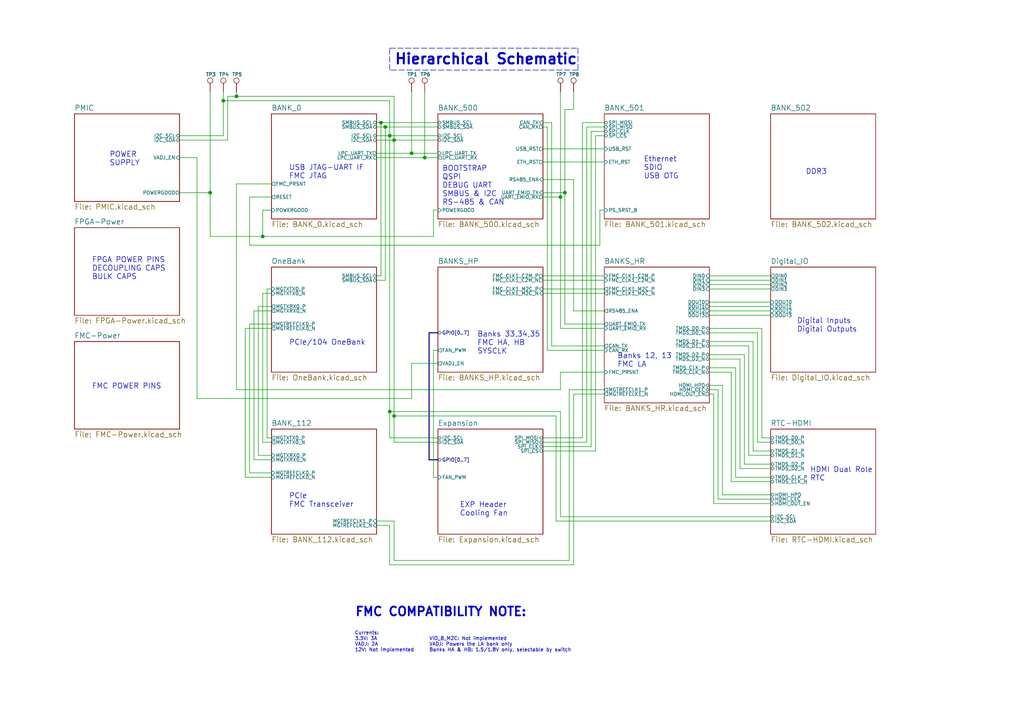
<source format=kicad_sch>
(kicad_sch (version 20231120) (generator "eeschema") (generator_version "8.0")
  (paper "A4")
  (title_block (title "CIAA-ACC  Hierarchical schematic") (date "2019-08-28") (rev "V1.4") (company "COMPUTADORA INDUSTRIAL ABIERTA ARGENTINA. CIAA-ACC (HPC)") (comment 1 "Authors: See 'doc/CHANGES.txt' file.      License: See 'doc/LICENCIA_CIAA_ACC.txt' file."))
  (lib_symbols
    (symbol "CIAA_ACC:TESTPOINT" (pin_numbers hide) (pin_names (offset 0.762) hide)
      (property "Reference" "TP" (at 0 6.858 0))
      (property "Value" "TESTPOINT" (at 0 5.08 0))
      (symbol "TESTPOINT_0_1"
        (circle (center 0 3.302) (radius 0.762))
      )
      (symbol "TESTPOINT_1_1"
        (pin passive line (at 0 0 90) (length 2.54) (name "1") (number "1"))
      )
    )
  )
  (junction (at 123.19 45.72))
  (junction (at 114.3 40.64))
  (junction (at 162.56 57.15))
  (junction (at 76.2 68.58))
  (junction (at 113.03 119.38))
  (junction (at 110.49 35.56))
  (junction (at 64.77 29.21))
  (junction (at 60.96 55.88))
  (junction (at 119.38 44.45))
  (junction (at 163.83 55.88))
  (junction (at 68.58 27.94))
  (junction (at 111.76 36.83))
  (junction (at 114.3 120.65))
  (junction (at 113.03 39.37))
  (polyline (pts (xy 167.64 20.32) (xy 113.03 20.32)) (stroke (width 0) (type dash)))
  (wire (pts (xy 160.02 100.33) (xy 160.02 35.56)))
  (wire (pts (xy 72.39 137.16) (xy 78.74 137.16)))
  (polyline (pts (xy 167.64 13.97) (xy 167.64 20.32)) (stroke (width 0) (type dash)))
  (bus (pts (xy 127 96.52) (xy 124.46 96.52)))
  (wire (pts (xy 111.76 36.83) (xy 127 36.83)))
  (wire (pts (xy 205.74 96.52) (xy 219.71 96.52)))
  (wire (pts (xy 205.74 81.28) (xy 223.52 81.28)))
  (wire (pts (xy 175.26 114.3) (xy 166.37 114.3)))
  (wire (pts (xy 168.91 127) (xy 168.91 35.56)))
  (wire (pts (xy 114.3 120.65) (xy 114.3 128.27)))
  (wire (pts (xy 72.39 93.98) (xy 72.39 137.16)))
  (wire (pts (xy 78.74 88.9) (xy 74.93 88.9)))
  (wire (pts (xy 214.63 135.89) (xy 223.52 135.89)))
  (wire (pts (xy 205.74 80.01) (xy 223.52 80.01)))
  (wire (pts (xy 166.37 114.3) (xy 166.37 163.83)))
  (wire (pts (xy 205.74 90.17) (xy 223.52 90.17)))
  (wire (pts (xy 205.74 114.3) (xy 207.01 114.3)))
  (wire (pts (xy 217.17 100.33) (xy 217.17 132.08)))
  (wire (pts (xy 73.66 90.17) (xy 73.66 133.35)))
  (wire (pts (xy 123.19 26.67) (xy 123.19 45.72)))
  (wire (pts (xy 78.74 60.96) (xy 76.2 60.96)))
  (wire (pts (xy 175.26 80.01) (xy 157.48 80.01)))
  (wire (pts (xy 223.52 151.13) (xy 161.29 151.13)))
  (wire (pts (xy 162.56 107.95) (xy 175.26 107.95)))
  (wire (pts (xy 109.22 40.64) (xy 114.3 40.64)))
  (wire (pts (xy 205.74 82.55) (xy 223.52 82.55)))
  (wire (pts (xy 209.55 111.76) (xy 209.55 143.51)))
  (wire (pts (xy 78.74 83.82) (xy 77.47 83.82)))
  (wire (pts (xy 214.63 104.14) (xy 214.63 135.89)))
  (wire (pts (xy 205.74 107.95) (xy 212.09 107.95)))
  (wire (pts (xy 205.74 100.33) (xy 217.17 100.33)))
  (wire (pts (xy 162.56 26.67) (xy 162.56 57.15)))
  (wire (pts (xy 162.56 113.03) (xy 162.56 107.95)))
  (wire (pts (xy 205.74 88.9) (xy 223.52 88.9)))
  (wire (pts (xy 64.77 26.67) (xy 64.77 29.21)))
  (wire (pts (xy 175.26 46.99) (xy 157.48 46.99)))
  (wire (pts (xy 72.39 57.15) (xy 72.39 71.12)))
  (wire (pts (xy 76.2 60.96) (xy 76.2 68.58)))
  (wire (pts (xy 161.29 120.65) (xy 114.3 120.65)))
  (wire (pts (xy 162.56 57.15) (xy 162.56 95.25)))
  (wire (pts (xy 77.47 83.82) (xy 77.47 127)))
  (wire (pts (xy 205.74 104.14) (xy 214.63 104.14)))
  (wire (pts (xy 171.45 129.54) (xy 171.45 38.1)))
  (wire (pts (xy 76.2 85.09) (xy 76.2 128.27)))
  (wire (pts (xy 109.22 45.72) (xy 123.19 45.72)))
  (wire (pts (xy 64.77 39.37) (xy 52.07 39.37)))
  (wire (pts (xy 78.74 57.15) (xy 72.39 57.15)))
  (wire (pts (xy 78.74 95.25) (xy 71.12 95.25)))
  (wire (pts (xy 109.22 151.13) (xy 114.3 151.13)))
  (wire (pts (xy 215.9 134.62) (xy 223.52 134.62)))
  (wire (pts (xy 71.12 138.43) (xy 78.74 138.43)))
  (wire (pts (xy 110.49 35.56) (xy 127 35.56)))
  (wire (pts (xy 175.26 39.37) (xy 172.72 39.37)))
  (wire (pts (xy 78.74 90.17) (xy 73.66 90.17)))
  (wire (pts (xy 219.71 128.27) (xy 223.52 128.27)))
  (wire (pts (xy 163.83 55.88) (xy 163.83 93.98)))
  (wire (pts (xy 172.72 39.37) (xy 172.72 130.81)))
  (wire (pts (xy 160.02 35.56) (xy 157.48 35.56)))
  (wire (pts (xy 212.09 107.95) (xy 212.09 139.7)))
  (wire (pts (xy 74.93 132.08) (xy 78.74 132.08)))
  (wire (pts (xy 113.03 29.21) (xy 64.77 29.21)))
  (wire (pts (xy 111.76 81.28) (xy 111.76 36.83)))
  (wire (pts (xy 109.22 35.56) (xy 110.49 35.56)))
  (wire (pts (xy 57.15 45.72) (xy 57.15 115.57)))
  (wire (pts (xy 78.74 53.34) (xy 68.58 53.34)))
  (wire (pts (xy 162.56 149.86) (xy 162.56 119.38)))
  (wire (pts (xy 109.22 81.28) (xy 111.76 81.28)))
  (wire (pts (xy 166.37 31.75) (xy 163.83 31.75)))
  (wire (pts (xy 66.04 40.64) (xy 52.07 40.64)))
  (wire (pts (xy 175.26 100.33) (xy 160.02 100.33)))
  (wire (pts (xy 166.37 52.07) (xy 166.37 90.17)))
  (wire (pts (xy 74.93 88.9) (xy 74.93 132.08)))
  (wire (pts (xy 205.74 106.68) (xy 213.36 106.68)))
  (wire (pts (xy 218.44 130.81) (xy 223.52 130.81)))
  (wire (pts (xy 113.03 127) (xy 127 127)))
  (wire (pts (xy 110.49 80.01) (xy 110.49 35.56)))
  (wire (pts (xy 114.3 27.94) (xy 68.58 27.94)))
  (wire (pts (xy 157.48 52.07) (xy 166.37 52.07)))
  (wire (pts (xy 119.38 26.67) (xy 119.38 44.45)))
  (wire (pts (xy 125.73 60.96) (xy 127 60.96)))
  (wire (pts (xy 215.9 102.87) (xy 215.9 134.62)))
  (wire (pts (xy 72.39 71.12) (xy 173.99 71.12)))
  (wire (pts (xy 119.38 44.45) (xy 127 44.45)))
  (wire (pts (xy 57.15 115.57) (xy 119.38 115.57)))
  (wire (pts (xy 205.74 99.06) (xy 218.44 99.06)))
  (wire (pts (xy 165.1 113.03) (xy 175.26 113.03)))
  (polyline (pts (xy 113.03 13.97) (xy 167.64 13.97)) (stroke (width 0) (type dash)))
  (wire (pts (xy 166.37 26.67) (xy 166.37 31.75)))
  (wire (pts (xy 68.58 27.94) (xy 66.04 27.94)))
  (wire (pts (xy 162.56 149.86) (xy 223.52 149.86)))
  (wire (pts (xy 173.99 60.96) (xy 175.26 60.96)))
  (wire (pts (xy 158.75 36.83) (xy 158.75 101.6)))
  (wire (pts (xy 113.03 39.37) (xy 113.03 119.38)))
  (wire (pts (xy 113.03 152.4) (xy 109.22 152.4)))
  (wire (pts (xy 220.98 95.25) (xy 220.98 127)))
  (wire (pts (xy 205.74 95.25) (xy 220.98 95.25)))
  (wire (pts (xy 78.74 93.98) (xy 72.39 93.98)))
  (wire (pts (xy 205.74 87.63) (xy 223.52 87.63)))
  (wire (pts (xy 109.22 80.01) (xy 110.49 80.01)))
  (wire (pts (xy 113.03 39.37) (xy 127 39.37)))
  (wire (pts (xy 52.07 55.88) (xy 60.96 55.88)))
  (wire (pts (xy 109.22 36.83) (xy 111.76 36.83)))
  (wire (pts (xy 205.74 102.87) (xy 215.9 102.87)))
  (wire (pts (xy 113.03 163.83) (xy 113.03 152.4)))
  (wire (pts (xy 73.66 133.35) (xy 78.74 133.35)))
  (wire (pts (xy 205.74 91.44) (xy 223.52 91.44)))
  (wire (pts (xy 171.45 38.1) (xy 175.26 38.1)))
  (wire (pts (xy 166.37 90.17) (xy 175.26 90.17)))
  (wire (pts (xy 170.18 36.83) (xy 170.18 128.27)))
  (bus (pts (xy 124.46 133.35) (xy 127 133.35)))
  (wire (pts (xy 114.3 162.56) (xy 165.1 162.56)))
  (wire (pts (xy 209.55 143.51) (xy 223.52 143.51)))
  (wire (pts (xy 207.01 114.3) (xy 207.01 146.05)))
  (wire (pts (xy 207.01 146.05) (xy 223.52 146.05)))
  (wire (pts (xy 219.71 96.52) (xy 219.71 128.27)))
  (wire (pts (xy 113.03 119.38) (xy 113.03 127)))
  (wire (pts (xy 113.03 29.21) (xy 113.03 39.37)))
  (wire (pts (xy 205.74 83.82) (xy 223.52 83.82)))
  (wire (pts (xy 168.91 35.56) (xy 175.26 35.56)))
  (wire (pts (xy 157.48 127) (xy 168.91 127)))
  (wire (pts (xy 114.3 40.64) (xy 127 40.64)))
  (wire (pts (xy 213.36 106.68) (xy 213.36 138.43)))
  (wire (pts (xy 68.58 26.67) (xy 68.58 27.94)))
  (wire (pts (xy 64.77 29.21) (xy 64.77 39.37)))
  (wire (pts (xy 77.47 127) (xy 78.74 127)))
  (wire (pts (xy 78.74 85.09) (xy 76.2 85.09)))
  (wire (pts (xy 205.74 111.76) (xy 209.55 111.76)))
  (wire (pts (xy 218.44 99.06) (xy 218.44 130.81)))
  (wire (pts (xy 208.28 144.78) (xy 223.52 144.78)))
  (wire (pts (xy 125.73 68.58) (xy 125.73 60.96)))
  (wire (pts (xy 114.3 40.64) (xy 114.3 120.65)))
  (wire (pts (xy 213.36 138.43) (xy 223.52 138.43)))
  (wire (pts (xy 217.17 132.08) (xy 223.52 132.08)))
  (wire (pts (xy 157.48 43.18) (xy 175.26 43.18)))
  (wire (pts (xy 68.58 53.34) (xy 68.58 113.03)))
  (wire (pts (xy 161.29 151.13) (xy 161.29 120.65)))
  (wire (pts (xy 163.83 93.98) (xy 175.26 93.98)))
  (polyline (pts (xy 113.03 20.32) (xy 113.03 13.97)) (stroke (width 0) (type dash)))
  (wire (pts (xy 165.1 162.56) (xy 165.1 113.03)))
  (wire (pts (xy 170.18 128.27) (xy 157.48 128.27)))
  (wire (pts (xy 157.48 55.88) (xy 163.83 55.88)))
  (wire (pts (xy 114.3 151.13) (xy 114.3 162.56)))
  (bus (pts (xy 124.46 96.52) (xy 124.46 133.35)))
  (wire (pts (xy 212.09 139.7) (xy 223.52 139.7)))
  (wire (pts (xy 66.04 27.94) (xy 66.04 40.64)))
  (wire (pts (xy 119.38 105.41) (xy 127 105.41)))
  (wire (pts (xy 175.26 83.82) (xy 157.48 83.82)))
  (wire (pts (xy 157.48 57.15) (xy 162.56 57.15)))
  (wire (pts (xy 60.96 26.67) (xy 60.96 55.88)))
  (wire (pts (xy 205.74 113.03) (xy 208.28 113.03)))
  (wire (pts (xy 157.48 36.83) (xy 158.75 36.83)))
  (wire (pts (xy 173.99 71.12) (xy 173.99 60.96)))
  (wire (pts (xy 125.73 138.43) (xy 127 138.43)))
  (wire (pts (xy 162.56 119.38) (xy 113.03 119.38)))
  (wire (pts (xy 127 101.6) (xy 125.73 101.6)))
  (wire (pts (xy 162.56 95.25) (xy 175.26 95.25)))
  (wire (pts (xy 109.22 44.45) (xy 119.38 44.45)))
  (wire (pts (xy 60.96 55.88) (xy 60.96 68.58)))
  (wire (pts (xy 76.2 68.58) (xy 125.73 68.58)))
  (wire (pts (xy 114.3 27.94) (xy 114.3 40.64)))
  (wire (pts (xy 157.48 129.54) (xy 171.45 129.54)))
  (wire (pts (xy 220.98 127) (xy 223.52 127)))
  (wire (pts (xy 172.72 130.81) (xy 157.48 130.81)))
  (wire (pts (xy 175.26 36.83) (xy 170.18 36.83)))
  (wire (pts (xy 166.37 163.83) (xy 113.03 163.83)))
  (wire (pts (xy 68.58 113.03) (xy 162.56 113.03)))
  (wire (pts (xy 208.28 113.03) (xy 208.28 144.78)))
  (wire (pts (xy 158.75 101.6) (xy 175.26 101.6)))
  (wire (pts (xy 163.83 31.75) (xy 163.83 55.88)))
  (wire (pts (xy 52.07 45.72) (xy 57.15 45.72)))
  (wire (pts (xy 60.96 68.58) (xy 76.2 68.58)))
  (wire (pts (xy 109.22 39.37) (xy 113.03 39.37)))
  (wire (pts (xy 119.38 115.57) (xy 119.38 105.41)))
  (wire (pts (xy 175.26 81.28) (xy 157.48 81.28)))
  (wire (pts (xy 123.19 45.72) (xy 127 45.72)))
  (wire (pts (xy 114.3 128.27) (xy 127 128.27)))
  (wire (pts (xy 71.12 95.25) (xy 71.12 138.43)))
  (wire (pts (xy 175.26 85.09) (xy 157.48 85.09)))
  (wire (pts (xy 76.2 128.27) (xy 78.74 128.27)))
  (wire (pts (xy 125.73 101.6) (xy 125.73 138.43)))
  (text "DDR3" (at 233.68 50.8 0) (effects (font (size 1.524 1.524)) (justify left bottom)))
  (text "BOOTSTRAP\nQSPI\nDEBUG UART\nSMBUS & I2C\nRS-485 & CAN" (at 128.27 59.69 0) (effects (font (size 1.524 1.524)) (justify left bottom)))
  (text "Digital Inputs\nDigital Outputs" (at 231.14 96.52 0) (effects (font (size 1.524 1.524)) (justify left bottom)))
  (text "EXP Header\nCooling Fan" (at 133.35 149.86 0) (effects (font (size 1.524 1.524)) (justify left bottom)))
  (text "VIO_B_M2C: Not implemented\nVADJ: Powers the LA bank only\nBanks HA & HB: 1.5/1.8V only, selectable by switch" (at 124.46 189.23 0) (effects (font (size 1.016 1.016)) (justify left bottom)))
  (text "PCIe/104 OneBank" (at 83.82 100.33 0) (effects (font (size 1.524 1.524)) (justify left bottom)))
  (text "FMC POWER PINS" (at 26.67 113.03 0) (effects (font (size 1.524 1.524)) (justify left bottom)))
  (text "Currents:\n3.3V: 3A\nVADJ: 2A\n12V: Not implemented" (at 102.87 189.23 0) (effects (font (size 1.016 1.016)) (justify left bottom)))
  (text "PCIe\nFMC Transceiver" (at 83.82 147.32 0) (effects (font (size 1.524 1.524)) (justify left bottom)))
  (text "FPGA POWER PINS\nDECOUPLING CAPS\nBULK CAPS" (at 26.67 81.28 0) (effects (font (size 1.524 1.524)) (justify left bottom)))
  (text "Hierarchical Schematic" (at 114.3 19.05 0) (effects (font (size 2.9972 2.9972) (thickness 0.5994) (bold yes)) (justify left bottom)))
  (text "FMC COMPATIBILITY NOTE:" (at 102.87 179.07 0) (effects (font (size 2.54 2.54) (thickness 0.508) (bold yes)) (justify left bottom)))
  (text "Ethernet\nSDIO\nUSB OTG" (at 186.69 52.07 0) (effects (font (size 1.524 1.524)) (justify left bottom)))
  (text "Banks 33,34,35\nFMC HA, HB\nSYSCLK" (at 138.43 102.87 0) (effects (font (size 1.524 1.524)) (justify left bottom)))
  (text "HDMI Dual Role\nRTC" (at 234.95 139.7 0) (effects (font (size 1.524 1.524)) (justify left bottom)))
  (text "Banks 12, 13\nFMC LA" (at 179.07 106.68 0) (effects (font (size 1.524 1.524)) (justify left bottom)))
  (text "USB JTAG-UART IF\nFMC JTAG" (at 83.82 52.07 0) (effects (font (size 1.524 1.524)) (justify left bottom)))
  (text "POWER\nSUPPLY" (at 31.75 48.26 0) (effects (font (size 1.524 1.524)) (justify left bottom)))
  (symbol (lib_id "CIAA_ACC:TESTPOINT") (at 119.38 26.67 0) (unit 1)
    (property "Reference" "TP1" (at 118.11 21.59 0) (effects (font (size 1.016 1.016)) (justify left)))
    (property "Value" "TESTPOINT" (effects (hide yes)))
    (property "Footprint" "misc:TESTPOINT" (effects (hide yes)))
  )
  (symbol (lib_id "CIAA_ACC:TESTPOINT") (at 123.19 26.67 0) (unit 1)
    (property "Reference" "TP6" (at 121.92 21.59 0) (effects (font (size 1.016 1.016)) (justify left)))
    (property "Value" "TESTPOINT" (effects (hide yes)))
    (property "Footprint" "misc:TESTPOINT" (effects (hide yes)))
  )
  (symbol (lib_id "CIAA_ACC:TESTPOINT") (at 162.56 26.67 0) (unit 1)
    (property "Reference" "TP7" (at 161.29 21.59 0) (effects (font (size 1.016 1.016)) (justify left)))
    (property "Value" "TESTPOINT" (effects (hide yes)))
    (property "Footprint" "misc:TESTPOINT" (effects (hide yes)))
  )
  (symbol (lib_id "CIAA_ACC:TESTPOINT") (at 166.37 26.67 0) (unit 1)
    (property "Reference" "TP8" (at 165.1 21.59 0) (effects (font (size 1.016 1.016)) (justify left)))
    (property "Value" "TESTPOINT" (effects (hide yes)))
    (property "Footprint" "misc:TESTPOINT" (effects (hide yes)))
  )
  (symbol (lib_id "CIAA_ACC:TESTPOINT") (at 60.96 26.67 0) (unit 1)
    (property "Reference" "TP3" (at 59.69 21.59 0) (effects (font (size 1.016 1.016)) (justify left)))
    (property "Value" "TESTPOINT" (effects (hide yes)))
    (property "Footprint" "misc:TESTPOINT" (effects (hide yes)))
  )
  (symbol (lib_id "CIAA_ACC:TESTPOINT") (at 64.77 26.67 0) (unit 1)
    (property "Reference" "TP4" (at 63.5 21.59 0) (effects (font (size 1.016 1.016)) (justify left)))
    (property "Value" "TESTPOINT" (effects (hide yes)))
    (property "Footprint" "misc:TESTPOINT" (effects (hide yes)))
  )
  (symbol (lib_id "CIAA_ACC:TESTPOINT") (at 68.58 26.67 0) (unit 1)
    (property "Reference" "TP5" (at 67.31 21.59 0) (effects (font (size 1.016 1.016)) (justify left)))
    (property "Value" "TESTPOINT" (effects (hide yes)))
    (property "Footprint" "misc:TESTPOINT" (effects (hide yes)))
  )
  (sheet (at 223.52 33.02) (size 30.48 30.48)
    (property "Sheetname" "BANK_502" (at 223.52 32.1814 0) (effects (font (size 1.524 1.524)) (justify left bottom)))
    (property "Sheetfile" "BANK_502.kicad_sch" (at 223.52 64.1862 0) (effects (font (size 1.524 1.524)) (justify left top)))
  )
  (sheet (at 21.59 33.02) (size 30.48 25.4)
    (property "Sheetname" "PMIC" (at 21.59 32.1814 0) (effects (font (size 1.524 1.524)) (justify left bottom)))
    (property "Sheetfile" "PMIC.kicad_sch" (at 21.59 59.1062 0) (effects (font (size 1.524 1.524)) (justify left top)))
    (pin "POWERGOOD" output (at 52.07 55.88 0) (effects (font (size 1.016 1.016))))
    (pin "I2C_SCL" bidirectional (at 52.07 39.37 0) (effects (font (size 1.016 1.016))))
    (pin "I2C_SDA" bidirectional (at 52.07 40.64 0) (effects (font (size 1.016 1.016))))
    (pin "VADJ_EN" input (at 52.07 45.72 0) (effects (font (size 1.016 1.016))))
  )
  (sheet (at 78.74 77.47) (size 30.48 30.48)
    (property "Sheetname" "OneBank" (at 78.74 76.6314 0) (effects (font (size 1.524 1.524)) (justify left bottom)))
    (property "Sheetfile" "OneBank.kicad_sch" (at 78.74 108.6362 0) (effects (font (size 1.524 1.524)) (justify left top)))
    (pin "SMBUS_SCL" bidirectional (at 109.22 80.01 0) (effects (font (size 1.016 1.016))))
    (pin "SMBUS_SDA" bidirectional (at 109.22 81.28 0) (effects (font (size 1.016 1.016))))
    (pin "MGTXRX0_N" output (at 78.74 90.17 180) (effects (font (size 1.016 1.016))))
    (pin "MGTREFCLK0_N" output (at 78.74 95.25 180) (effects (font (size 1.016 1.016))))
    (pin "MGTREFCLK0_P" output (at 78.74 93.98 180) (effects (font (size 1.016 1.016))))
    (pin "MGTXRX0_P" output (at 78.74 88.9 180) (effects (font (size 1.016 1.016))))
    (pin "MGTXTX0_N" input (at 78.74 85.09 180) (effects (font (size 1.016 1.016))))
    (pin "MGTXTX0_P" input (at 78.74 83.82 180) (effects (font (size 1.016 1.016))))
  )
  (sheet (at 223.52 124.46) (size 30.48 30.48)
    (property "Sheetname" "RTC-HDMI" (at 223.52 123.6214 0) (effects (font (size 1.524 1.524)) (justify left bottom)))
    (property "Sheetfile" "RTC-HDMI.kicad_sch" (at 223.52 155.6262 0) (effects (font (size 1.524 1.524)) (justify left top)))
    (pin "I2C_SCL" bidirectional (at 223.52 149.86 180) (effects (font (size 1.016 1.016))))
    (pin "I2C_SDA" bidirectional (at 223.52 151.13 180) (effects (font (size 1.016 1.016))))
    (pin "TMDS_D2_P" bidirectional (at 223.52 134.62 180) (effects (font (size 1.016 1.016))))
    (pin "TMDS_D2_N" bidirectional (at 223.52 135.89 180) (effects (font (size 1.016 1.016))))
    (pin "TMDS_D1_P" bidirectional (at 223.52 130.81 180) (effects (font (size 1.016 1.016))))
    (pin "TMDS_D1_N" bidirectional (at 223.52 132.08 180) (effects (font (size 1.016 1.016))))
    (pin "TMDS_D0_P" bidirectional (at 223.52 127 180) (effects (font (size 1.016 1.016))))
    (pin "TMDS_D0_N" bidirectional (at 223.52 128.27 180) (effects (font (size 1.016 1.016))))
    (pin "TMDS_CLK_P" bidirectional (at 223.52 138.43 180) (effects (font (size 1.016 1.016))))
    (pin "TMDS_CLK_N" bidirectional (at 223.52 139.7 180) (effects (font (size 1.016 1.016))))
    (pin "HDMI_CEC" bidirectional (at 223.52 144.78 180) (effects (font (size 1.016 1.016))))
    (pin "HDMI_HPD" bidirectional (at 223.52 143.51 180) (effects (font (size 1.016 1.016))))
    (pin "HDMI_OUT_EN" input (at 223.52 146.05 180) (effects (font (size 1.016 1.016))))
  )
  (sheet (at 78.74 33.02) (size 30.48 30.48)
    (property "Sheetname" "BANK_0" (at 78.74 32.1814 0) (effects (font (size 1.524 1.524)) (justify left bottom)))
    (property "Sheetfile" "BANK_0.kicad_sch" (at 78.74 64.1862 0) (effects (font (size 1.524 1.524)) (justify left top)))
    (pin "LPC_UART_TX" output (at 109.22 44.45 0) (effects (font (size 1.016 1.016))))
    (pin "LPC_UART_RX" input (at 109.22 45.72 0) (effects (font (size 1.016 1.016))))
    (pin "RESET" output (at 78.74 57.15 180) (effects (font (size 1.016 1.016))))
    (pin "I2C_SCL" bidirectional (at 109.22 39.37 0) (effects (font (size 1.016 1.016))))
    (pin "I2C_SDA" bidirectional (at 109.22 40.64 0) (effects (font (size 1.016 1.016))))
    (pin "FMC_PRSNT" output (at 78.74 53.34 180) (effects (font (size 1.016 1.016))))
    (pin "SMBUS_SCL" bidirectional (at 109.22 35.56 0) (effects (font (size 1.016 1.016))))
    (pin "SMBUS_SDA" bidirectional (at 109.22 36.83 0) (effects (font (size 1.016 1.016))))
    (pin "POWERGOOD" input (at 78.74 60.96 180) (effects (font (size 1.016 1.016))))
  )
  (sheet (at 127 124.46) (size 30.48 30.48)
    (property "Sheetname" "Expansion" (at 127 123.6214 0) (effects (font (size 1.524 1.524)) (justify left bottom)))
    (property "Sheetfile" "Expansion.kicad_sch" (at 127 155.6262 0) (effects (font (size 1.524 1.524)) (justify left top)))
    (pin "SPI_MOSI" bidirectional (at 157.48 127 0) (effects (font (size 1.016 1.016))))
    (pin "SPI_MISO" bidirectional (at 157.48 128.27 0) (effects (font (size 1.016 1.016))))
    (pin "SPI_CLK" bidirectional (at 157.48 129.54 0) (effects (font (size 1.016 1.016))))
    (pin "SPI_CS" bidirectional (at 157.48 130.81 0) (effects (font (size 1.016 1.016))))
    (pin "I2C_SCL" bidirectional (at 127 127 180) (effects (font (size 1.016 1.016))))
    (pin "I2C_SDA" bidirectional (at 127 128.27 180) (effects (font (size 1.016 1.016))))
    (pin "GPIO[0..7]" bidirectional (at 127 133.35 180) (effects (font (size 1.016 1.016))))
    (pin "FAN_PWM" input (at 127 138.43 180) (effects (font (size 1.016 1.016))))
  )
  (sheet (at 223.52 77.47) (size 30.48 30.48)
    (property "Sheetname" "Digital_IO" (at 223.52 76.6314 0) (effects (font (size 1.524 1.524)) (justify left bottom)))
    (property "Sheetfile" "Digital_IO.kicad_sch" (at 223.52 108.6362 0) (effects (font (size 1.524 1.524)) (justify left top)))
    (pin "DIN0" output (at 223.52 80.01 180) (effects (font (size 1.016 1.016))))
    (pin "DIN1" output (at 223.52 81.28 180) (effects (font (size 1.016 1.016))))
    (pin "DIN2" output (at 223.52 82.55 180) (effects (font (size 1.016 1.016))))
    (pin "DIN3" output (at 223.52 83.82 180) (effects (font (size 1.016 1.016))))
    (pin "DOUT0" input (at 223.52 87.63 180) (effects (font (size 1.016 1.016))))
    (pin "DOUT1" input (at 223.52 88.9 180) (effects (font (size 1.016 1.016))))
    (pin "DOUT2" input (at 223.52 90.17 180) (effects (font (size 1.016 1.016))))
    (pin "DOUT3" input (at 223.52 91.44 180) (effects (font (size 1.016 1.016))))
  )
  (sheet (at 78.74 124.46) (size 30.48 30.48)
    (property "Sheetname" "BANK_112" (at 78.74 123.6214 0) (effects (font (size 1.524 1.524)) (justify left bottom)))
    (property "Sheetfile" "BANK_112.kicad_sch" (at 78.74 155.6262 0) (effects (font (size 1.524 1.524)) (justify left top)))
    (pin "MGTXTX0_N" output (at 78.74 128.27 180) (effects (font (size 1.016 1.016))))
    (pin "MGTXTX0_P" output (at 78.74 127 180) (effects (font (size 1.016 1.016))))
    (pin "MGTXRX0_N" input (at 78.74 133.35 180) (effects (font (size 1.016 1.016))))
    (pin "MGTREFCLK0_N" input (at 78.74 138.43 180) (effects (font (size 1.016 1.016))))
    (pin "MGTREFCLK0_P" input (at 78.74 137.16 180) (effects (font (size 1.016 1.016))))
    (pin "MGTXRX0_P" input (at 78.74 132.08 180) (effects (font (size 1.016 1.016))))
    (pin "MGTREFCLK1_N" input (at 109.22 152.4 0) (effects (font (size 1.016 1.016))))
    (pin "MGTREFCLK1_P" input (at 109.22 151.13 0) (effects (font (size 1.016 1.016))))
  )
  (sheet (at 127 33.02) (size 30.48 30.48)
    (property "Sheetname" "BANK_500" (at 127 32.1814 0) (effects (font (size 1.524 1.524)) (justify left bottom)))
    (property "Sheetfile" "BANK_500.kicad_sch" (at 127 64.1862 0) (effects (font (size 1.524 1.524)) (justify left top)))
    (pin "USB_RST" output (at 157.48 43.18 0) (effects (font (size 1.016 1.016))))
    (pin "ETH_RST" output (at 157.48 46.99 0) (effects (font (size 1.016 1.016))))
    (pin "POWERGOOD" input (at 127 60.96 180) (effects (font (size 1.016 1.016))))
    (pin "LPC_UART_TX" input (at 127 44.45 180) (effects (font (size 1.016 1.016))))
    (pin "LPC_UART_RX" output (at 127 45.72 180) (effects (font (size 1.016 1.016))))
    (pin "I2C_SCL" bidirectional (at 127 39.37 180) (effects (font (size 1.016 1.016))))
    (pin "I2C_SDA" bidirectional (at 127 40.64 180) (effects (font (size 1.016 1.016))))
    (pin "SMBUS_SCL" bidirectional (at 127 35.56 180) (effects (font (size 1.016 1.016))))
    (pin "SMBUS_SDA" bidirectional (at 127 36.83 180) (effects (font (size 1.016 1.016))))
    (pin "RS485_ENA" input (at 157.48 52.07 0) (effects (font (size 1.016 1.016))))
    (pin "UART_EMIO_TX" input (at 157.48 55.88 0) (effects (font (size 1.016 1.016))))
    (pin "UART_EMIO_RX" output (at 157.48 57.15 0) (effects (font (size 1.016 1.016))))
    (pin "CAN_TX" input (at 157.48 35.56 0) (effects (font (size 1.016 1.016))))
    (pin "CAN_RX" output (at 157.48 36.83 0) (effects (font (size 1.016 1.016))))
  )
  (sheet (at 21.59 66.04) (size 30.48 25.4)
    (property "Sheetname" "FPGA-Power" (at 21.59 65.2014 0) (effects (font (size 1.524 1.524)) (justify left bottom)))
    (property "Sheetfile" "FPGA-Power.kicad_sch" (at 21.59 92.1262 0) (effects (font (size 1.524 1.524)) (justify left top)))
  )
  (sheet (at 21.59 99.06) (size 30.48 25.4)
    (property "Sheetname" "FMC-Power" (at 21.59 98.2214 0) (effects (font (size 1.524 1.524)) (justify left bottom)))
    (property "Sheetfile" "FMC-Power.kicad_sch" (at 21.59 125.1462 0) (effects (font (size 1.524 1.524)) (justify left top)))
  )
  (sheet (at 175.26 33.02) (size 30.48 30.48)
    (property "Sheetname" "BANK_501" (at 175.26 32.1814 0) (effects (font (size 1.524 1.524)) (justify left bottom)))
    (property "Sheetfile" "BANK_501.kicad_sch" (at 175.26 64.1862 0) (effects (font (size 1.524 1.524)) (justify left top)))
    (pin "PS_SRST_B" input (at 175.26 60.96 180) (effects (font (size 1.016 1.016))))
    (pin "USB_RST" input (at 175.26 43.18 180) (effects (font (size 1.016 1.016))))
    (pin "ETH_RST" input (at 175.26 46.99 180) (effects (font (size 1.016 1.016))))
    (pin "SPI_MOSI" bidirectional (at 175.26 35.56 180) (effects (font (size 1.016 1.016))))
    (pin "SPI_MISO" bidirectional (at 175.26 36.83 180) (effects (font (size 1.016 1.016))))
    (pin "SPI_CLK" bidirectional (at 175.26 38.1 180) (effects (font (size 1.016 1.016))))
    (pin "SPI_CS" bidirectional (at 175.26 39.37 180) (effects (font (size 1.016 1.016))))
  )
  (sheet (at 175.26 77.47) (size 30.48 39.37)
    (property "Sheetname" "BANKS_HR" (at 175.26 76.6314 0) (effects (font (size 1.524 1.524)) (justify left bottom)))
    (property "Sheetfile" "BANKS_HR.kicad_sch" (at 175.26 117.5262 0) (effects (font (size 1.524 1.524)) (justify left top)))
    (pin "UART_EMIO_TX" output (at 175.26 93.98 180) (effects (font (size 1.016 1.016))))
    (pin "UART_EMIO_RX" input (at 175.26 95.25 180) (effects (font (size 1.016 1.016))))
    (pin "RS485_ENA" output (at 175.26 90.17 180) (effects (font (size 1.016 1.016))))
    (pin "DIN2" input (at 205.74 82.55 0) (effects (font (size 1.016 1.016))))
    (pin "DIN3" input (at 205.74 83.82 0) (effects (font (size 1.016 1.016))))
    (pin "DIN0" input (at 205.74 80.01 0) (effects (font (size 1.016 1.016))))
    (pin "DIN1" input (at 205.74 81.28 0) (effects (font (size 1.016 1.016))))
    (pin "DOUT0" output (at 205.74 87.63 0) (effects (font (size 1.016 1.016))))
    (pin "DOUT1" output (at 205.74 88.9 0) (effects (font (size 1.016 1.016))))
    (pin "DOUT2" output (at 205.74 90.17 0) (effects (font (size 1.016 1.016))))
    (pin "DOUT3" output (at 205.74 91.44 0) (effects (font (size 1.016 1.016))))
    (pin "FMC_PRSNT" input (at 175.26 107.95 180) (effects (font (size 1.016 1.016))))
    (pin "HDMI_CEC" bidirectional (at 205.74 113.03 0) (effects (font (size 1.016 1.016))))
    (pin "HDMI_HPD" bidirectional (at 205.74 111.76 0) (effects (font (size 1.016 1.016))))
    (pin "MGTREFCLK1_N" output (at 175.26 114.3 180) (effects (font (size 1.016 1.016))))
    (pin "MGTREFCLK1_P" output (at 175.26 113.03 180) (effects (font (size 1.016 1.016))))
    (pin "TMDS_D2_P" bidirectional (at 205.74 102.87 0) (effects (font (size 1.016 1.016))))
    (pin "TMDS_D2_N" bidirectional (at 205.74 104.14 0) (effects (font (size 1.016 1.016))))
    (pin "TMDS_D1_P" bidirectional (at 205.74 99.06 0) (effects (font (size 1.016 1.016))))
    (pin "TMDS_D1_N" bidirectional (at 205.74 100.33 0) (effects (font (size 1.016 1.016))))
    (pin "TMDS_D0_P" bidirectional (at 205.74 95.25 0) (effects (font (size 1.016 1.016))))
    (pin "TMDS_D0_N" bidirectional (at 205.74 96.52 0) (effects (font (size 1.016 1.016))))
    (pin "TMDS_CLK_P" bidirectional (at 205.74 106.68 0) (effects (font (size 1.016 1.016))))
    (pin "TMDS_CLK_N" bidirectional (at 205.74 107.95 0) (effects (font (size 1.016 1.016))))
    (pin "HDMI_OUT_EN" output (at 205.74 114.3 0) (effects (font (size 1.016 1.016))))
    (pin "CAN_TX" output (at 175.26 100.33 180) (effects (font (size 1.016 1.016))))
    (pin "CAN_RX" input (at 175.26 101.6 180) (effects (font (size 1.016 1.016))))
    (pin "FMC_CLK1_C2M_N" input (at 175.26 81.28 180) (effects (font (size 1.016 1.016))))
    (pin "FMC_CLK1_C2M_P" input (at 175.26 80.01 180) (effects (font (size 1.016 1.016))))
    (pin "FMC_CLK1_M2C_N" output (at 175.26 85.09 180) (effects (font (size 1.016 1.016))))
    (pin "FMC_CLK1_M2C_P" output (at 175.26 83.82 180) (effects (font (size 1.016 1.016))))
  )
  (sheet (at 127 77.47) (size 30.48 30.48)
    (property "Sheetname" "BANKS_HP" (at 127 76.6314 0) (effects (font (size 1.524 1.524)) (justify left bottom)))
    (property "Sheetfile" "BANKS_HP.kicad_sch" (at 127 108.6362 0) (effects (font (size 1.524 1.524)) (justify left top)))
    (pin "FAN_PWM" output (at 127 101.6 180) (effects (font (size 1.016 1.016))))
    (pin "GPIO[0..7]" bidirectional (at 127 96.52 180) (effects (font (size 1.016 1.016))))
    (pin "VADJ_EN" output (at 127 105.41 180) (effects (font (size 1.016 1.016))))
    (pin "FMC_CLK1_C2M_N" output (at 157.48 81.28 0) (effects (font (size 1.016 1.016))))
    (pin "FMC_CLK1_C2M_P" output (at 157.48 80.01 0) (effects (font (size 1.016 1.016))))
    (pin "FMC_CLK1_M2C_N" input (at 157.48 85.09 0) (effects (font (size 1.016 1.016))))
    (pin "FMC_CLK1_M2C_P" input (at 157.48 83.82 0) (effects (font (size 1.016 1.016))))
  )
)
</source>
